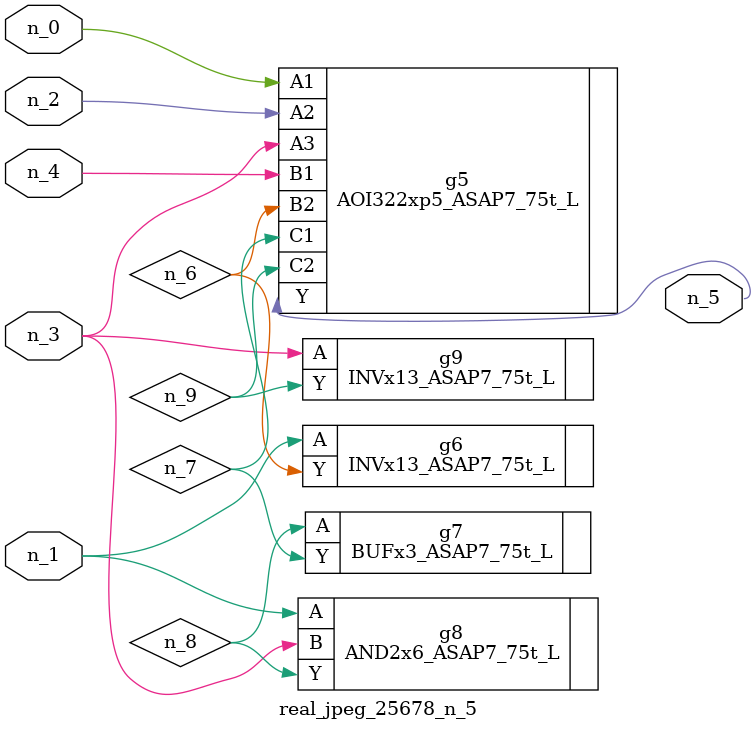
<source format=v>
module real_jpeg_25678_n_5 (n_4, n_0, n_1, n_2, n_3, n_5);

input n_4;
input n_0;
input n_1;
input n_2;
input n_3;

output n_5;

wire n_8;
wire n_6;
wire n_7;
wire n_9;

AOI322xp5_ASAP7_75t_L g5 ( 
.A1(n_0),
.A2(n_2),
.A3(n_3),
.B1(n_4),
.B2(n_6),
.C1(n_7),
.C2(n_9),
.Y(n_5)
);

INVx13_ASAP7_75t_L g6 ( 
.A(n_1),
.Y(n_6)
);

AND2x6_ASAP7_75t_L g8 ( 
.A(n_1),
.B(n_3),
.Y(n_8)
);

INVx13_ASAP7_75t_L g9 ( 
.A(n_3),
.Y(n_9)
);

BUFx3_ASAP7_75t_L g7 ( 
.A(n_8),
.Y(n_7)
);


endmodule
</source>
